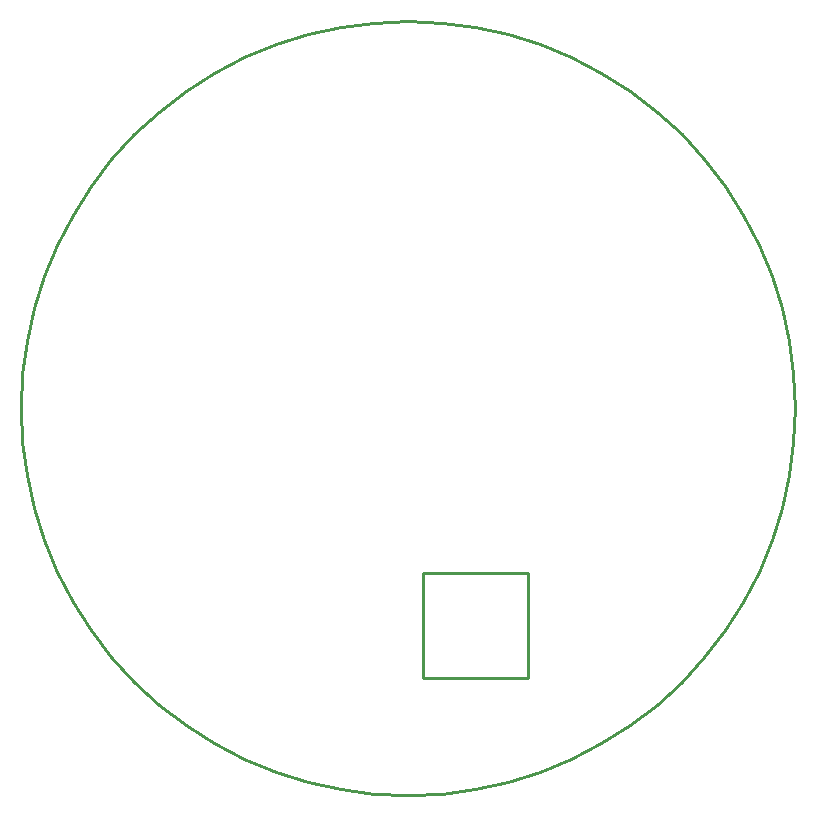
<source format=gbr>
G04 EAGLE Gerber RS-274X export*
G75*
%MOMM*%
%FSLAX34Y34*%
%LPD*%
%IN*%
%IPPOS*%
%AMOC8*
5,1,8,0,0,1.08239X$1,22.5*%
G01*
%ADD10C,0.254000*%


D10*
X-327660Y0D02*
X-326413Y-28557D01*
X-322682Y-56898D01*
X-316495Y-84805D01*
X-307900Y-112066D01*
X-296961Y-138475D01*
X-283762Y-163830D01*
X-268403Y-187938D01*
X-251002Y-210616D01*
X-231691Y-231691D01*
X-210616Y-251002D01*
X-187938Y-268403D01*
X-163830Y-283762D01*
X-138475Y-296961D01*
X-112066Y-307900D01*
X-84805Y-316495D01*
X-56898Y-322682D01*
X-28557Y-326413D01*
X0Y-327660D01*
X28557Y-326413D01*
X56898Y-322682D01*
X84805Y-316495D01*
X112066Y-307900D01*
X138475Y-296961D01*
X163830Y-283762D01*
X187938Y-268403D01*
X210616Y-251002D01*
X231691Y-231691D01*
X251002Y-210616D01*
X268403Y-187938D01*
X283762Y-163830D01*
X296961Y-138475D01*
X307900Y-112066D01*
X316495Y-84805D01*
X322682Y-56898D01*
X326413Y-28557D01*
X327660Y0D01*
X326413Y28557D01*
X322682Y56898D01*
X316495Y84805D01*
X307900Y112066D01*
X296961Y138475D01*
X283762Y163830D01*
X268403Y187938D01*
X251002Y210616D01*
X231691Y231691D01*
X210616Y251002D01*
X187938Y268403D01*
X163830Y283762D01*
X138475Y296961D01*
X112066Y307900D01*
X84805Y316495D01*
X56898Y322682D01*
X28557Y326413D01*
X0Y327660D01*
X-28557Y326413D01*
X-56898Y322682D01*
X-84805Y316495D01*
X-112066Y307900D01*
X-138475Y296961D01*
X-163830Y283762D01*
X-187938Y268403D01*
X-210616Y251002D01*
X-231691Y231691D01*
X-251002Y210616D01*
X-268403Y187938D01*
X-283762Y163830D01*
X-296961Y138475D01*
X-307900Y112066D01*
X-316495Y84805D01*
X-322682Y56898D01*
X-326413Y28557D01*
X-327660Y0D01*
X12700Y-228600D02*
X101600Y-228600D01*
X101600Y-139700D01*
X12700Y-139700D01*
X12700Y-228600D01*
M02*

</source>
